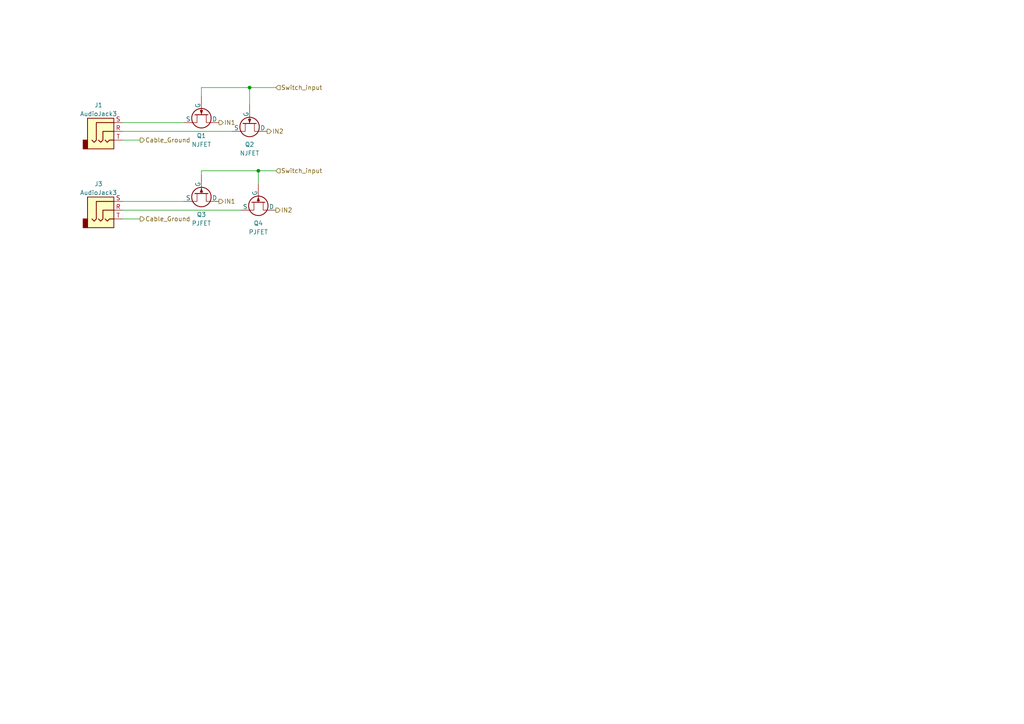
<source format=kicad_sch>
(kicad_sch (version 20230121) (generator eeschema)

  (uuid f2166ab6-febd-4651-88ae-a3399592b78a)

  (paper "A4")

  (lib_symbols
    (symbol "Connector_Audio:AudioJack3" (in_bom yes) (on_board yes)
      (property "Reference" "J" (at 0 8.89 0)
        (effects (font (size 1.27 1.27)))
      )
      (property "Value" "AudioJack3" (at 0 6.35 0)
        (effects (font (size 1.27 1.27)))
      )
      (property "Footprint" "" (at 0 0 0)
        (effects (font (size 1.27 1.27)) hide)
      )
      (property "Datasheet" "~" (at 0 0 0)
        (effects (font (size 1.27 1.27)) hide)
      )
      (property "ki_keywords" "audio jack receptacle stereo headphones phones TRS connector" (at 0 0 0)
        (effects (font (size 1.27 1.27)) hide)
      )
      (property "ki_description" "Audio Jack, 3 Poles (Stereo / TRS)" (at 0 0 0)
        (effects (font (size 1.27 1.27)) hide)
      )
      (property "ki_fp_filters" "Jack*" (at 0 0 0)
        (effects (font (size 1.27 1.27)) hide)
      )
      (symbol "AudioJack3_0_1"
        (rectangle (start -5.08 -5.08) (end -6.35 -2.54)
          (stroke (width 0.254) (type default))
          (fill (type outline))
        )
        (polyline
          (pts
            (xy 0 -2.54)
            (xy 0.635 -3.175)
            (xy 1.27 -2.54)
            (xy 2.54 -2.54)
          )
          (stroke (width 0.254) (type default))
          (fill (type none))
        )
        (polyline
          (pts
            (xy -1.905 -2.54)
            (xy -1.27 -3.175)
            (xy -0.635 -2.54)
            (xy -0.635 0)
            (xy 2.54 0)
          )
          (stroke (width 0.254) (type default))
          (fill (type none))
        )
        (polyline
          (pts
            (xy 2.54 2.54)
            (xy -2.54 2.54)
            (xy -2.54 -2.54)
            (xy -3.175 -3.175)
            (xy -3.81 -2.54)
          )
          (stroke (width 0.254) (type default))
          (fill (type none))
        )
        (rectangle (start 2.54 3.81) (end -5.08 -5.08)
          (stroke (width 0.254) (type default))
          (fill (type background))
        )
      )
      (symbol "AudioJack3_1_1"
        (pin passive line (at 5.08 0 180) (length 2.54)
          (name "~" (effects (font (size 1.27 1.27))))
          (number "R" (effects (font (size 1.27 1.27))))
        )
        (pin passive line (at 5.08 2.54 180) (length 2.54)
          (name "~" (effects (font (size 1.27 1.27))))
          (number "S" (effects (font (size 1.27 1.27))))
        )
        (pin passive line (at 5.08 -2.54 180) (length 2.54)
          (name "~" (effects (font (size 1.27 1.27))))
          (number "T" (effects (font (size 1.27 1.27))))
        )
      )
    )
    (symbol "Simulation_SPICE:NJFET" (pin_numbers hide) (pin_names (offset 0)) (in_bom yes) (on_board yes)
      (property "Reference" "Q" (at 5.08 1.27 0)
        (effects (font (size 1.27 1.27)) (justify left))
      )
      (property "Value" "NJFET" (at 5.08 -1.27 0)
        (effects (font (size 1.27 1.27)) (justify left))
      )
      (property "Footprint" "" (at 5.08 2.54 0)
        (effects (font (size 1.27 1.27)) hide)
      )
      (property "Datasheet" "~" (at 0 0 0)
        (effects (font (size 1.27 1.27)) hide)
      )
      (property "Sim.Device" "NJFET" (at 0 0 0)
        (effects (font (size 1.27 1.27)) hide)
      )
      (property "Sim.Type" "SHICHMANHODGES" (at 0 0 0)
        (effects (font (size 1.27 1.27)) hide)
      )
      (property "Sim.Pins" "1=D 2=G 3=S" (at 0 0 0)
        (effects (font (size 1.27 1.27)) hide)
      )
      (property "ki_keywords" "transistor NJFET N-JFET" (at 0 0 0)
        (effects (font (size 1.27 1.27)) hide)
      )
      (property "ki_description" "N-JFET transistor, for simulation only" (at 0 0 0)
        (effects (font (size 1.27 1.27)) hide)
      )
      (symbol "NJFET_0_1"
        (polyline
          (pts
            (xy 0.254 1.905)
            (xy 0.254 -1.905)
            (xy 0.254 -1.905)
          )
          (stroke (width 0.254) (type default))
          (fill (type none))
        )
        (polyline
          (pts
            (xy 2.54 -2.54)
            (xy 2.54 -1.27)
            (xy 0.254 -1.27)
          )
          (stroke (width 0) (type default))
          (fill (type none))
        )
        (polyline
          (pts
            (xy 2.54 2.54)
            (xy 2.54 1.397)
            (xy 0.254 1.397)
          )
          (stroke (width 0) (type default))
          (fill (type none))
        )
        (polyline
          (pts
            (xy 0 0)
            (xy -1.016 0.381)
            (xy -1.016 -0.381)
            (xy 0 0)
          )
          (stroke (width 0) (type default))
          (fill (type outline))
        )
        (circle (center 1.27 0) (radius 2.8194)
          (stroke (width 0.254) (type default))
          (fill (type none))
        )
      )
      (symbol "NJFET_1_1"
        (pin passive line (at 2.54 5.08 270) (length 2.54)
          (name "D" (effects (font (size 1.27 1.27))))
          (number "1" (effects (font (size 1.27 1.27))))
        )
        (pin input line (at -5.08 0 0) (length 5.334)
          (name "G" (effects (font (size 1.27 1.27))))
          (number "2" (effects (font (size 1.27 1.27))))
        )
        (pin passive line (at 2.54 -5.08 90) (length 2.54)
          (name "S" (effects (font (size 1.27 1.27))))
          (number "3" (effects (font (size 1.27 1.27))))
        )
      )
    )
    (symbol "Simulation_SPICE:PJFET" (pin_numbers hide) (pin_names (offset 0)) (in_bom yes) (on_board yes)
      (property "Reference" "Q" (at 5.08 1.27 0)
        (effects (font (size 1.27 1.27)) (justify left))
      )
      (property "Value" "PJFET" (at 5.08 -1.27 0)
        (effects (font (size 1.27 1.27)) (justify left))
      )
      (property "Footprint" "" (at 5.08 2.54 0)
        (effects (font (size 1.27 1.27)) hide)
      )
      (property "Datasheet" "~" (at 0 0 0)
        (effects (font (size 1.27 1.27)) hide)
      )
      (property "Sim.Device" "PJFET" (at 0 0 0)
        (effects (font (size 1.27 1.27)) hide)
      )
      (property "Sim.Type" "SHICHMANHODGES" (at 0 0 0)
        (effects (font (size 1.27 1.27)) hide)
      )
      (property "Sim.Pins" "1=D 2=G 3=S" (at 0 0 0)
        (effects (font (size 1.27 1.27)) hide)
      )
      (property "ki_keywords" "transistor PJFET P-JFET" (at 0 0 0)
        (effects (font (size 1.27 1.27)) hide)
      )
      (property "ki_description" "P-JFET transistor, for simulation only" (at 0 0 0)
        (effects (font (size 1.27 1.27)) hide)
      )
      (symbol "PJFET_0_1"
        (polyline
          (pts
            (xy 0.254 1.905)
            (xy 0.254 -1.905)
            (xy 0.254 -1.905)
          )
          (stroke (width 0.254) (type default))
          (fill (type none))
        )
        (polyline
          (pts
            (xy 2.54 -2.54)
            (xy 2.54 -1.27)
            (xy 0.254 -1.27)
          )
          (stroke (width 0) (type default))
          (fill (type none))
        )
        (polyline
          (pts
            (xy 2.54 2.54)
            (xy 2.54 1.397)
            (xy 0.254 1.397)
          )
          (stroke (width 0) (type default))
          (fill (type none))
        )
        (polyline
          (pts
            (xy -1.143 0)
            (xy -0.127 0.381)
            (xy -0.127 -0.381)
            (xy -1.143 0)
          )
          (stroke (width 0) (type default))
          (fill (type outline))
        )
        (circle (center 1.27 0) (radius 2.8194)
          (stroke (width 0.254) (type default))
          (fill (type none))
        )
      )
      (symbol "PJFET_1_1"
        (pin passive line (at 2.54 5.08 270) (length 2.54)
          (name "D" (effects (font (size 1.27 1.27))))
          (number "1" (effects (font (size 1.27 1.27))))
        )
        (pin input line (at -5.08 0 0) (length 5.334)
          (name "G" (effects (font (size 1.27 1.27))))
          (number "2" (effects (font (size 1.27 1.27))))
        )
        (pin passive line (at 2.54 -5.08 90) (length 2.54)
          (name "S" (effects (font (size 1.27 1.27))))
          (number "3" (effects (font (size 1.27 1.27))))
        )
      )
    )
  )

  (junction (at 74.93 49.53) (diameter 0) (color 0 0 0 0)
    (uuid 77eb8dab-2c41-4f7e-b298-7a41aaed1f9f)
  )
  (junction (at 72.39 25.4) (diameter 0) (color 0 0 0 0)
    (uuid e513b779-f226-4231-aa7a-8be6f60b04b2)
  )

  (wire (pts (xy 72.39 25.4) (xy 80.01 25.4))
    (stroke (width 0) (type default))
    (uuid 0ec775b8-011b-4591-a41f-2ae1a83a8016)
  )
  (wire (pts (xy 53.34 58.42) (xy 35.56 58.42))
    (stroke (width 0) (type default))
    (uuid 3b1d9898-d42c-43db-bb38-259037968dc3)
  )
  (wire (pts (xy 58.42 25.4) (xy 72.39 25.4))
    (stroke (width 0) (type default))
    (uuid 59c5f7e7-d4be-4d56-88b9-acf0fc4fa4a2)
  )
  (wire (pts (xy 35.56 35.56) (xy 53.34 35.56))
    (stroke (width 0) (type default))
    (uuid 5f80a7bd-dfe2-4265-8d53-25dcfdd8c264)
  )
  (wire (pts (xy 72.39 25.4) (xy 72.39 30.48))
    (stroke (width 0) (type default))
    (uuid 63aeaa8a-35a5-4062-98b1-f71d2a809e4f)
  )
  (wire (pts (xy 58.42 49.53) (xy 74.93 49.53))
    (stroke (width 0) (type default))
    (uuid 6d9f94a3-1957-42d3-b003-83d49f379a1f)
  )
  (wire (pts (xy 74.93 49.53) (xy 74.93 53.34))
    (stroke (width 0) (type default))
    (uuid 7682ea19-6b3d-483a-8960-9f7aaeb15bde)
  )
  (wire (pts (xy 35.56 60.96) (xy 69.85 60.96))
    (stroke (width 0) (type default))
    (uuid a9b56df2-14fe-4b51-b499-4e9da2154eed)
  )
  (wire (pts (xy 35.56 63.5) (xy 40.64 63.5))
    (stroke (width 0) (type default))
    (uuid b52456e3-9d32-4b18-abd7-ff505bd536ac)
  )
  (wire (pts (xy 74.93 49.53) (xy 80.01 49.53))
    (stroke (width 0) (type default))
    (uuid d9afa85a-829f-4de6-88c0-24cf7997a4b6)
  )
  (wire (pts (xy 58.42 27.94) (xy 58.42 25.4))
    (stroke (width 0) (type default))
    (uuid ea8ccbbc-8626-43de-8f87-4a1ee703ba7c)
  )
  (wire (pts (xy 35.56 40.64) (xy 40.64 40.64))
    (stroke (width 0) (type default))
    (uuid ec8f5fa6-b826-4d0f-813b-d454133516df)
  )
  (wire (pts (xy 35.56 38.1) (xy 67.31 38.1))
    (stroke (width 0) (type default))
    (uuid faa02053-7b71-4346-8dbb-e9b7cc29b7a5)
  )
  (wire (pts (xy 58.42 50.8) (xy 58.42 49.53))
    (stroke (width 0) (type default))
    (uuid fd1e4acd-e235-434c-9ccb-57c9e03afd38)
  )

  (hierarchical_label "Switch_input" (shape input) (at 80.01 25.4 0) (fields_autoplaced)
    (effects (font (size 1.27 1.27)) (justify left))
    (uuid 164a7848-2bc6-41f4-aa1f-8d7bf28b508c)
  )
  (hierarchical_label "IN1" (shape output) (at 63.5 58.42 0) (fields_autoplaced)
    (effects (font (size 1.27 1.27)) (justify left))
    (uuid 1dd5eedb-99af-4bf2-b127-69762cec69e3)
    (property "Intersheetrefs" "${INTERSHEET_REFS}" (at 68.7881 58.42 0)
      (effects (font (size 1.27 1.27)) (justify left) hide)
    )
  )
  (hierarchical_label "Switch_input" (shape input) (at 80.01 49.53 0) (fields_autoplaced)
    (effects (font (size 1.27 1.27)) (justify left))
    (uuid 264c0c9e-02eb-47ef-b745-c66fc0f4855e)
  )
  (hierarchical_label "Cable_Ground" (shape output) (at 40.64 63.5 0) (fields_autoplaced)
    (effects (font (size 1.27 1.27)) (justify left))
    (uuid 8066af86-71ad-4124-8b4d-4cc0b49e81bb)
    (property "Intersheetrefs" "${INTERSHEET_REFS}" (at 55.7249 63.5 0)
      (effects (font (size 1.27 1.27)) (justify left) hide)
    )
  )
  (hierarchical_label "IN2" (shape output) (at 80.01 60.96 0) (fields_autoplaced)
    (effects (font (size 1.27 1.27)) (justify left))
    (uuid 897c970b-978c-4107-979e-361e5370a7ac)
    (property "Intersheetrefs" "${INTERSHEET_REFS}" (at 85.2981 60.96 0)
      (effects (font (size 1.27 1.27)) (justify left) hide)
    )
  )
  (hierarchical_label "IN1" (shape output) (at 63.5 35.56 0) (fields_autoplaced)
    (effects (font (size 1.27 1.27)) (justify left))
    (uuid 9ed83f4a-9dfe-43ba-ad4f-056272285043)
    (property "Intersheetrefs" "${INTERSHEET_REFS}" (at 68.7881 35.56 0)
      (effects (font (size 1.27 1.27)) (justify left) hide)
    )
  )
  (hierarchical_label "Cable_Ground" (shape output) (at 40.64 40.64 0) (fields_autoplaced)
    (effects (font (size 1.27 1.27)) (justify left))
    (uuid accdd0e7-30b9-48a6-a9be-0ddb741de076)
    (property "Intersheetrefs" "${INTERSHEET_REFS}" (at 55.7249 40.64 0)
      (effects (font (size 1.27 1.27)) (justify left) hide)
    )
  )
  (hierarchical_label "IN2" (shape output) (at 77.47 38.1 0) (fields_autoplaced)
    (effects (font (size 1.27 1.27)) (justify left))
    (uuid f4945904-9e2a-4272-89b6-d2af5cdbd5f8)
    (property "Intersheetrefs" "${INTERSHEET_REFS}" (at 82.7581 38.1 0)
      (effects (font (size 1.27 1.27)) (justify left) hide)
    )
  )

  (symbol (lib_id "Simulation_SPICE:NJFET") (at 58.42 33.02 270) (unit 1)
    (in_bom yes) (on_board yes) (dnp no) (fields_autoplaced)
    (uuid 2c3ec5cd-9d3d-458c-b061-965b37f74011)
    (property "Reference" "Q1" (at 58.42 39.37 90)
      (effects (font (size 1.27 1.27)))
    )
    (property "Value" "NJFET" (at 58.42 41.91 90)
      (effects (font (size 1.27 1.27)))
    )
    (property "Footprint" "" (at 60.96 38.1 0)
      (effects (font (size 1.27 1.27)) hide)
    )
    (property "Datasheet" "~" (at 58.42 33.02 0)
      (effects (font (size 1.27 1.27)) hide)
    )
    (property "Sim.Device" "NJFET" (at 58.42 33.02 0)
      (effects (font (size 1.27 1.27)) hide)
    )
    (property "Sim.Type" "SHICHMANHODGES" (at 58.42 33.02 0)
      (effects (font (size 1.27 1.27)) hide)
    )
    (property "Sim.Pins" "1=D 2=G 3=S" (at 58.42 33.02 0)
      (effects (font (size 1.27 1.27)) hide)
    )
    (pin "1" (uuid 821cb90f-c698-4846-b7ac-917aff93dfbe))
    (pin "2" (uuid ee634d8a-5d47-477a-aca0-4dfef194aa89))
    (pin "3" (uuid 0b47e943-9981-4c05-a782-607fb13f53b8))
    (instances
      (project "Quest_EMG"
        (path "/67748ae8-7ff0-411f-94ce-ac7b136b3c1f/6947d6ee-0165-4275-a171-9fa471f90048"
          (reference "Q1") (unit 1)
        )
      )
    )
  )

  (symbol (lib_id "Simulation_SPICE:PJFET") (at 58.42 55.88 270) (unit 1)
    (in_bom yes) (on_board yes) (dnp no) (fields_autoplaced)
    (uuid 5780a7e9-a3a4-4aa7-839e-e003ce49b846)
    (property "Reference" "Q3" (at 58.42 62.23 90)
      (effects (font (size 1.27 1.27)))
    )
    (property "Value" "PJFET" (at 58.42 64.77 90)
      (effects (font (size 1.27 1.27)))
    )
    (property "Footprint" "" (at 60.96 60.96 0)
      (effects (font (size 1.27 1.27)) hide)
    )
    (property "Datasheet" "~" (at 58.42 55.88 0)
      (effects (font (size 1.27 1.27)) hide)
    )
    (property "Sim.Device" "PJFET" (at 58.42 55.88 0)
      (effects (font (size 1.27 1.27)) hide)
    )
    (property "Sim.Type" "SHICHMANHODGES" (at 58.42 55.88 0)
      (effects (font (size 1.27 1.27)) hide)
    )
    (property "Sim.Pins" "1=D 2=G 3=S" (at 58.42 55.88 0)
      (effects (font (size 1.27 1.27)) hide)
    )
    (pin "1" (uuid 1b3e3d58-4312-4f2a-b167-edbf16169e45))
    (pin "2" (uuid e75b2c39-6ccd-4a78-a77e-283aac9b5b1b))
    (pin "3" (uuid de739f5c-c64d-4e60-9973-b3a83944a119))
    (instances
      (project "Quest_EMG"
        (path "/67748ae8-7ff0-411f-94ce-ac7b136b3c1f/6947d6ee-0165-4275-a171-9fa471f90048"
          (reference "Q3") (unit 1)
        )
      )
    )
  )

  (symbol (lib_id "Simulation_SPICE:PJFET") (at 74.93 58.42 270) (unit 1)
    (in_bom yes) (on_board yes) (dnp no) (fields_autoplaced)
    (uuid 6ac9325a-0244-4527-8d7a-37711dd1a298)
    (property "Reference" "Q4" (at 74.93 64.77 90)
      (effects (font (size 1.27 1.27)))
    )
    (property "Value" "PJFET" (at 74.93 67.31 90)
      (effects (font (size 1.27 1.27)))
    )
    (property "Footprint" "" (at 77.47 63.5 0)
      (effects (font (size 1.27 1.27)) hide)
    )
    (property "Datasheet" "~" (at 74.93 58.42 0)
      (effects (font (size 1.27 1.27)) hide)
    )
    (property "Sim.Device" "PJFET" (at 74.93 58.42 0)
      (effects (font (size 1.27 1.27)) hide)
    )
    (property "Sim.Type" "SHICHMANHODGES" (at 74.93 58.42 0)
      (effects (font (size 1.27 1.27)) hide)
    )
    (property "Sim.Pins" "1=D 2=G 3=S" (at 74.93 58.42 0)
      (effects (font (size 1.27 1.27)) hide)
    )
    (pin "1" (uuid 70dcf5d4-e7c1-4129-a405-7effe8bb1997))
    (pin "2" (uuid 17149ca3-3363-4c62-964f-0f7fb7e01da9))
    (pin "3" (uuid 74b992f8-0919-4824-900e-6592df64d8af))
    (instances
      (project "Quest_EMG"
        (path "/67748ae8-7ff0-411f-94ce-ac7b136b3c1f/6947d6ee-0165-4275-a171-9fa471f90048"
          (reference "Q4") (unit 1)
        )
      )
    )
  )

  (symbol (lib_id "Connector_Audio:AudioJack3") (at 30.48 60.96 0) (unit 1)
    (in_bom yes) (on_board yes) (dnp no) (fields_autoplaced)
    (uuid ae315e82-4f39-4b6b-aa1f-12cc31b19e3a)
    (property "Reference" "J3" (at 28.575 53.34 0)
      (effects (font (size 1.27 1.27)))
    )
    (property "Value" "AudioJack3" (at 28.575 55.88 0)
      (effects (font (size 1.27 1.27)))
    )
    (property "Footprint" "Connector_Audio:Jack_3.5mm_CUI_SJ-3523-SMT_Horizontal" (at 30.48 60.96 0)
      (effects (font (size 1.27 1.27)) hide)
    )
    (property "Datasheet" "~" (at 30.48 60.96 0)
      (effects (font (size 1.27 1.27)) hide)
    )
    (pin "R" (uuid c7d525d0-ff66-42e2-a964-dddb9c66151f))
    (pin "S" (uuid 9bc564ac-ab8e-4ca9-9da2-06e845eea96c))
    (pin "T" (uuid b0518e23-600c-463f-9ebd-727b8e6682cc))
    (instances
      (project "Quest_EMG"
        (path "/67748ae8-7ff0-411f-94ce-ac7b136b3c1f/6947d6ee-0165-4275-a171-9fa471f90048"
          (reference "J3") (unit 1)
        )
      )
    )
  )

  (symbol (lib_id "Connector_Audio:AudioJack3") (at 30.48 38.1 0) (unit 1)
    (in_bom yes) (on_board yes) (dnp no) (fields_autoplaced)
    (uuid c5e39fae-9eb2-44b4-856f-80ccaccb6be3)
    (property "Reference" "J1" (at 28.575 30.48 0)
      (effects (font (size 1.27 1.27)))
    )
    (property "Value" "AudioJack3" (at 28.575 33.02 0)
      (effects (font (size 1.27 1.27)))
    )
    (property "Footprint" "Connector_Audio:Jack_3.5mm_CUI_SJ-3523-SMT_Horizontal" (at 30.48 38.1 0)
      (effects (font (size 1.27 1.27)) hide)
    )
    (property "Datasheet" "~" (at 30.48 38.1 0)
      (effects (font (size 1.27 1.27)) hide)
    )
    (pin "R" (uuid 1c835c11-e64a-4743-9f01-3157dc4af380))
    (pin "S" (uuid 990b19d9-f997-4513-a19c-a3363b22adbd))
    (pin "T" (uuid 148c46a6-46f4-4001-8276-4d8603fb8afd))
    (instances
      (project "Quest_EMG"
        (path "/67748ae8-7ff0-411f-94ce-ac7b136b3c1f/6947d6ee-0165-4275-a171-9fa471f90048"
          (reference "J1") (unit 1)
        )
      )
    )
  )

  (symbol (lib_id "Simulation_SPICE:NJFET") (at 72.39 35.56 270) (unit 1)
    (in_bom yes) (on_board yes) (dnp no) (fields_autoplaced)
    (uuid f1a72a7e-ad00-4ecc-abb8-6d00d8940b96)
    (property "Reference" "Q2" (at 72.39 41.91 90)
      (effects (font (size 1.27 1.27)))
    )
    (property "Value" "NJFET" (at 72.39 44.45 90)
      (effects (font (size 1.27 1.27)))
    )
    (property "Footprint" "" (at 74.93 40.64 0)
      (effects (font (size 1.27 1.27)) hide)
    )
    (property "Datasheet" "~" (at 72.39 35.56 0)
      (effects (font (size 1.27 1.27)) hide)
    )
    (property "Sim.Device" "NJFET" (at 72.39 35.56 0)
      (effects (font (size 1.27 1.27)) hide)
    )
    (property "Sim.Type" "SHICHMANHODGES" (at 72.39 35.56 0)
      (effects (font (size 1.27 1.27)) hide)
    )
    (property "Sim.Pins" "1=D 2=G 3=S" (at 72.39 35.56 0)
      (effects (font (size 1.27 1.27)) hide)
    )
    (pin "1" (uuid 616f763a-0dbd-4005-82b3-e220c7c0b738))
    (pin "2" (uuid 8225ecad-67b9-4ed4-9e80-79ac66f24a71))
    (pin "3" (uuid d1b93cfe-9e79-4bd2-a2fa-dfae8e4e5b7f))
    (instances
      (project "Quest_EMG"
        (path "/67748ae8-7ff0-411f-94ce-ac7b136b3c1f/6947d6ee-0165-4275-a171-9fa471f90048"
          (reference "Q2") (unit 1)
        )
      )
    )
  )
)

</source>
